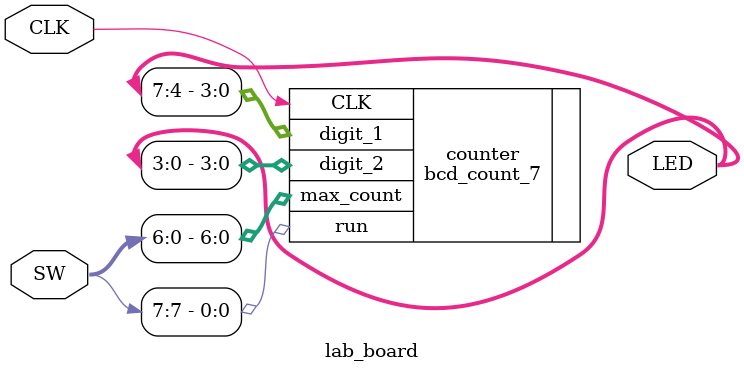
<source format=v>
`timescale 1ns / 1ps

module lab_board(LED, SW, CLK);

output [7:0] LED;
input [7:0] SW;
input CLK;

bcd_count_7 counter( 
.max_count(SW[6:0]), 
.CLK(CLK), 
.run(SW[7]), 
.digit_2(LED[3:0]), 
.digit_1(LED[7:4]) 
); 


endmodule

</source>
